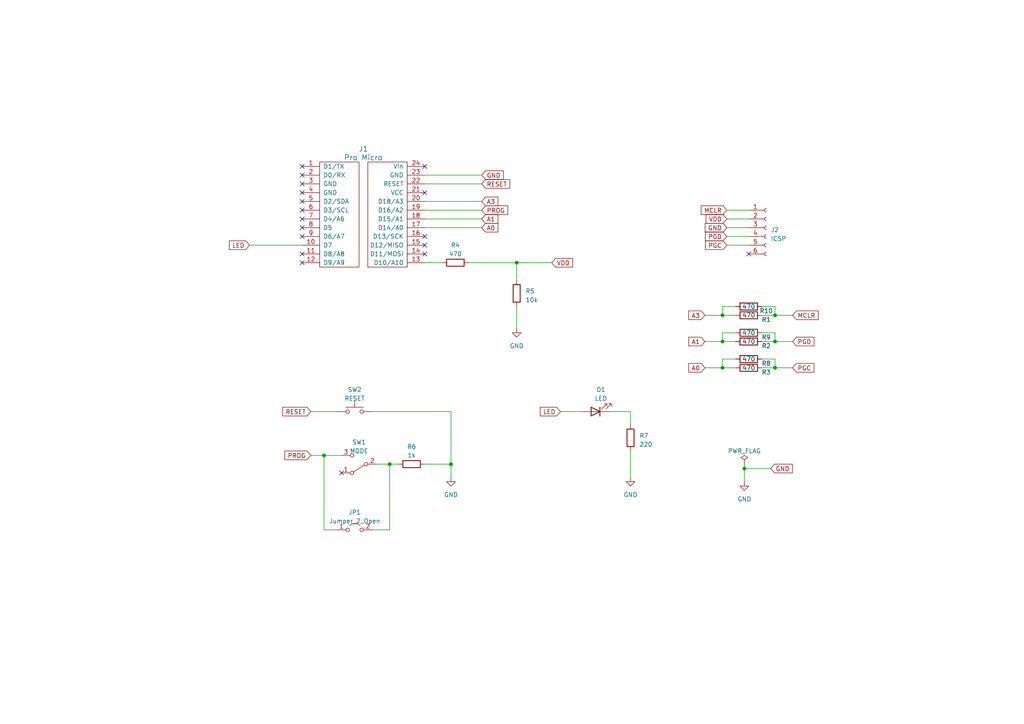
<source format=kicad_sch>
(kicad_sch (version 20230121) (generator eeschema)
  (paper "A4")
  (title_block (title "Pro Micro ICSP Shield"))
  (lib_symbols
    (symbol "Connector:Conn_01x06_Socket" (pin_names (offset 1.016) hide)
      (property "Reference" "J" (at 0 7.62 0))
      (property "Value" "Conn_01x06_Socket" (at 0 -10.16 0))
      (symbol "Conn_01x06_Socket_1_1"
        (arc (start 0 -7.112) (mid -0.5058 -7.62) (end 0 -8.128) (stroke (width 0.1524)))
        (arc (start 0 -4.572) (mid -0.5058 -5.08) (end 0 -5.588) (stroke (width 0.1524)))
        (arc (start 0 -2.032) (mid -0.5058 -2.54) (end 0 -3.048) (stroke (width 0.1524)))
        (polyline (pts (xy -1.27 -7.62) (xy -0.508 -7.62)) (stroke (width 0.1524)))
        (polyline (pts (xy -1.27 -5.08) (xy -0.508 -5.08)) (stroke (width 0.1524)))
        (polyline (pts (xy -1.27 -2.54) (xy -0.508 -2.54)) (stroke (width 0.1524)))
        (polyline (pts (xy -1.27 0) (xy -0.508 0)) (stroke (width 0.1524)))
        (polyline (pts (xy -1.27 2.54) (xy -0.508 2.54)) (stroke (width 0.1524)))
        (polyline (pts (xy -1.27 5.08) (xy -0.508 5.08)) (stroke (width 0.1524)))
        (arc (start 0 0.508) (mid -0.5058 0) (end 0 -0.508) (stroke (width 0.1524)))
        (arc (start 0 3.048) (mid -0.5058 2.54) (end 0 2.032) (stroke (width 0.1524)))
        (arc (start 0 5.588) (mid -0.5058 5.08) (end 0 4.572) (stroke (width 0.1524)))
        (pin passive line (at -5.08 5.08 0) (length 3.81) (name "Pin_1") (number "1"))
        (pin passive line (at -5.08 2.54 0) (length 3.81) (name "Pin_2") (number "2"))
        (pin passive line (at -5.08 0 0) (length 3.81) (name "Pin_3") (number "3"))
        (pin passive line (at -5.08 -2.54 0) (length 3.81) (name "Pin_4") (number "4"))
        (pin passive line (at -5.08 -5.08 0) (length 3.81) (name "Pin_5") (number "5"))
        (pin passive line (at -5.08 -7.62 0) (length 3.81) (name "Pin_6") (number "6"))
      )
    )
    (symbol "Device:LED" (pin_numbers hide) (pin_names (offset 1.016) hide)
      (property "Reference" "D" (at 0 2.54 0))
      (property "Value" "LED" (at 0 -2.54 0))
      (symbol "LED_0_1"
        (polyline (pts (xy -1.27 -1.27) (xy -1.27 1.27)) (stroke (width 0.254)))
        (polyline (pts (xy -1.27 0) (xy 1.27 0)))
        (polyline (pts (xy 1.27 -1.27) (xy 1.27 1.27) (xy -1.27 0) (xy 1.27 -1.27)) (stroke (width 0.254)))
        (polyline (pts (xy -3.048 -0.762) (xy -4.572 -2.286) (xy -3.81 -2.286) (xy -4.572 -2.286) (xy -4.572 -1.524)))
        (polyline (pts (xy -1.778 -0.762) (xy -3.302 -2.286) (xy -2.54 -2.286) (xy -3.302 -2.286) (xy -3.302 -1.524)))
      )
      (symbol "LED_1_1"
        (pin passive line (at -3.81 0 0) (length 2.54) (name "K") (number "1"))
        (pin passive line (at 3.81 0 180) (length 2.54) (name "A") (number "2"))
      )
    )
    (symbol "Device:R" (pin_numbers hide) (pin_names (offset 0))
      (property "Reference" "R" (at 2.032 0 90))
      (property "Value" "R" (at 0 0 90))
      (symbol "R_0_1"
        (rectangle (start -1.016 -2.54) (end 1.016 2.54) (stroke (width 0.254)))
      )
      (symbol "R_1_1"
        (pin passive line (at 0 3.81 270) (length 1.27) (name "~") (number "1"))
        (pin passive line (at 0 -3.81 90) (length 1.27) (name "~") (number "2"))
      )
    )
    (symbol "Jumper:Jumper_2_Open" (pin_names (offset 0) hide)
      (property "Reference" "JP" (at 0 2.794 0))
      (property "Value" "Jumper_2_Open" (at 0 -2.286 0))
      (symbol "Jumper_2_Open_0_0"
        (circle (center -2.032 0) (radius 0.508))
        (circle (center 2.032 0) (radius 0.508))
      )
      (symbol "Jumper_2_Open_0_1"
        (arc (start 1.524 1.27) (mid 0 1.778) (end -1.524 1.27))
      )
      (symbol "Jumper_2_Open_1_1"
        (pin passive line (at -5.08 0 0) (length 2.54) (name "A") (number "1"))
        (pin passive line (at 5.08 0 180) (length 2.54) (name "B") (number "2"))
      )
    )
    (symbol "Switch:SW_Push" (pin_numbers hide) (pin_names (offset 1.016) hide)
      (property "Reference" "SW" (at 1.27 2.54 0))
      (property "Value" "SW_Push" (at 0 -1.524 0))
      (symbol "SW_Push_0_1"
        (circle (center -2.032 0) (radius 0.508))
        (polyline (pts (xy 0 1.27) (xy 0 3.048)))
        (polyline (pts (xy 2.54 1.27) (xy -2.54 1.27)))
        (circle (center 2.032 0) (radius 0.508))
        (pin passive line (at -5.08 0 0) (length 2.54) (name "1") (number "1"))
        (pin passive line (at 5.08 0 180) (length 2.54) (name "2") (number "2"))
      )
    )
    (symbol "Switch:SW_SPDT" (pin_names (offset 0) hide)
      (property "Reference" "SW" (at 0 4.318 0))
      (property "Value" "SW_SPDT" (at 0 -5.08 0))
      (symbol "SW_SPDT_0_0"
        (circle (center -2.032 0) (radius 0.508))
        (circle (center 2.032 -2.54) (radius 0.508))
      )
      (symbol "SW_SPDT_0_1"
        (polyline (pts (xy -1.524 0.254) (xy 1.651 2.286)))
        (circle (center 2.032 2.54) (radius 0.508))
      )
      (symbol "SW_SPDT_1_1"
        (pin passive line (at 5.08 2.54 180) (length 2.54) (name "A") (number "1"))
        (pin passive line (at -5.08 0 0) (length 2.54) (name "B") (number "2"))
        (pin passive line (at 5.08 -2.54 180) (length 2.54) (name "C") (number "3"))
      )
    )
    (symbol "mylib:Arduino_pro_micro_conn" (pin_names (offset 1.016))
      (property "Reference" "J" (at -10.16 11.43 0))
      (property "Value" "Arduino_pro_micro_conn" (at 0 -21.59 0))
      (symbol "Arduino_pro_micro_conn_0_1"
        (rectangle (start -12.7 10.16) (end -1.27 -20.32))
        (rectangle (start 1.27 10.16) (end 12.7 -20.32))
      )
      (symbol "Arduino_pro_micro_conn_1_1"
        (pin passive line (at -17.78 8.89 0) (length 5.08) (name "D1/TX") (number "1"))
        (pin passive line (at -17.78 -13.97 0) (length 5.08) (name "D7") (number "10"))
        (pin passive line (at -17.78 -16.51 0) (length 5.08) (name "D8/A8") (number "11"))
        (pin passive line (at -17.78 -19.05 0) (length 5.08) (name "D9/A9") (number "12"))
        (pin passive line (at 17.78 -19.05 180) (length 5.08) (name "D10/A10") (number "13"))
        (pin passive line (at 17.78 -16.51 180) (length 5.08) (name "D11/MOSI") (number "14"))
        (pin passive line (at 17.78 -13.97 180) (length 5.08) (name "D12/MISO") (number "15"))
        (pin passive line (at 17.78 -11.43 180) (length 5.08) (name "D13/SCK") (number "16"))
        (pin passive line (at 17.78 -8.89 180) (length 5.08) (name "D14/A0") (number "17"))
        (pin passive line (at 17.78 -6.35 180) (length 5.08) (name "D15/A1") (number "18"))
        (pin passive line (at 17.78 -3.81 180) (length 5.08) (name "D16/A2") (number "19"))
        (pin passive line (at -17.78 6.35 0) (length 5.08) (name "D0/RX") (number "2"))
        (pin passive line (at 17.78 -1.27 180) (length 5.08) (name "D18/A3") (number "20"))
        (pin passive line (at 17.78 1.27 180) (length 5.08) (name "VCC") (number "21"))
        (pin passive line (at 17.78 3.81 180) (length 5.08) (name "RESET") (number "22"))
        (pin passive line (at 17.78 6.35 180) (length 5.08) (name "GND") (number "23"))
        (pin passive line (at 17.78 8.89 180) (length 5.08) (name "Vin") (number "24"))
        (pin passive line (at -17.78 3.81 0) (length 5.08) (name "GND") (number "3"))
        (pin passive line (at -17.78 1.27 0) (length 5.08) (name "GND") (number "4"))
        (pin passive line (at -17.78 -1.27 0) (length 5.08) (name "D2/SDA") (number "5"))
        (pin passive line (at -17.78 -3.81 0) (length 5.08) (name "D3/SCL") (number "6"))
        (pin passive line (at -17.78 -6.35 0) (length 5.08) (name "D4/A6") (number "7"))
        (pin passive line (at -17.78 -8.89 0) (length 5.08) (name "D5") (number "8"))
        (pin passive line (at -17.78 -11.43 0) (length 5.08) (name "D6/A7") (number "9"))
      )
    )
    (symbol "power:GND" (power) (pin_names (offset 0))
      (property "Value" "GND" (at 0 -3.81 0))
      (symbol "GND_0_1"
        (polyline (pts (xy 0 0) (xy 0 -1.27) (xy 1.27 -1.27) (xy 0 -2.54) (xy -1.27 -1.27) (xy 0 -1.27)))
      )
      (symbol "GND_1_1"
        (pin power_in line (at 0 0 270) (length 0) hide (name "GND") (number "1"))
      )
    )
    (symbol "power:PWR_FLAG" (power) (pin_numbers hide) (pin_names (offset 0) hide)
      (property "Value" "PWR_FLAG" (at 0 3.81 0))
      (symbol "PWR_FLAG_0_0"
        (pin power_out line (at 0 0 90) (length 0) (name "pwr") (number "1"))
      )
      (symbol "PWR_FLAG_0_1"
        (polyline (pts (xy 0 0) (xy 0 1.27) (xy -1.016 1.905) (xy 0 2.54) (xy 1.016 1.905) (xy 0 1.27)))
      )
    )
  )
  (junction (at 215.9 135.89))
  (junction (at 224.79 99.06))
  (junction (at 224.79 91.44))
  (junction (at 209.55 91.44))
  (junction (at 209.55 99.06))
  (junction (at 113.03 134.62))
  (junction (at 224.79 106.68))
  (junction (at 93.98 132.08))
  (junction (at 130.81 134.62))
  (junction (at 149.86 76.2))
  (junction (at 209.55 106.68))
  (no_connect (at 123.19 68.58))
  (no_connect (at 87.63 68.58))
  (no_connect (at 87.63 66.04))
  (no_connect (at 87.63 76.2))
  (no_connect (at 87.63 53.34))
  (no_connect (at 123.19 71.12))
  (no_connect (at 87.63 48.26))
  (no_connect (at 123.19 48.26))
  (no_connect (at 123.19 55.88))
  (no_connect (at 87.63 63.5))
  (no_connect (at 87.63 58.42))
  (no_connect (at 99.06 137.16))
  (no_connect (at 87.63 55.88))
  (no_connect (at 217.17 73.66))
  (no_connect (at 87.63 73.66))
  (no_connect (at 87.63 60.96))
  (no_connect (at 123.19 73.66))
  (no_connect (at 87.63 50.8))
  (wire (pts (xy 220.98 106.68) (xy 224.79 106.68)))
  (wire (pts (xy 213.36 96.52) (xy 209.55 96.52)))
  (wire (pts (xy 130.81 134.62) (xy 130.81 138.43)))
  (wire (pts (xy 107.95 119.38) (xy 130.81 119.38)))
  (wire (pts (xy 209.55 96.52) (xy 209.55 99.06)))
  (wire (pts (xy 149.86 76.2) (xy 149.86 81.28)))
  (wire (pts (xy 220.98 91.44) (xy 224.79 91.44)))
  (wire (pts (xy 220.98 104.14) (xy 224.79 104.14)))
  (wire (pts (xy 224.79 96.52) (xy 224.79 99.06)))
  (wire (pts (xy 90.17 119.38) (xy 97.79 119.38)))
  (wire (pts (xy 135.89 76.2) (xy 149.86 76.2)))
  (wire (pts (xy 182.88 119.38) (xy 182.88 123.19)))
  (wire (pts (xy 123.19 50.8) (xy 139.7 50.8)))
  (wire (pts (xy 204.47 91.44) (xy 209.55 91.44)))
  (wire (pts (xy 113.03 153.67) (xy 113.03 134.62)))
  (wire (pts (xy 210.82 60.96) (xy 217.17 60.96)))
  (wire (pts (xy 215.9 135.89) (xy 215.9 139.7)))
  (wire (pts (xy 72.39 71.12) (xy 87.63 71.12)))
  (wire (pts (xy 213.36 104.14) (xy 209.55 104.14)))
  (wire (pts (xy 204.47 99.06) (xy 209.55 99.06)))
  (wire (pts (xy 123.19 76.2) (xy 128.27 76.2)))
  (wire (pts (xy 90.17 132.08) (xy 93.98 132.08)))
  (wire (pts (xy 176.53 119.38) (xy 182.88 119.38)))
  (wire (pts (xy 215.9 134.62) (xy 215.9 135.89)))
  (wire (pts (xy 210.82 68.58) (xy 217.17 68.58)))
  (wire (pts (xy 213.36 88.9) (xy 209.55 88.9)))
  (wire (pts (xy 149.86 88.9) (xy 149.86 95.25)))
  (wire (pts (xy 123.19 63.5) (xy 139.7 63.5)))
  (wire (pts (xy 215.9 135.89) (xy 223.52 135.89)))
  (wire (pts (xy 220.98 96.52) (xy 224.79 96.52)))
  (wire (pts (xy 209.55 104.14) (xy 209.55 106.68)))
  (wire (pts (xy 113.03 134.62) (xy 115.57 134.62)))
  (wire (pts (xy 107.95 153.67) (xy 113.03 153.67)))
  (wire (pts (xy 204.47 106.68) (xy 209.55 106.68)))
  (wire (pts (xy 130.81 119.38) (xy 130.81 134.62)))
  (wire (pts (xy 220.98 99.06) (xy 224.79 99.06)))
  (wire (pts (xy 224.79 91.44) (xy 229.87 91.44)))
  (wire (pts (xy 123.19 60.96) (xy 139.7 60.96)))
  (wire (pts (xy 162.56 119.38) (xy 168.91 119.38)))
  (wire (pts (xy 93.98 153.67) (xy 93.98 132.08)))
  (wire (pts (xy 123.19 134.62) (xy 130.81 134.62)))
  (wire (pts (xy 224.79 88.9) (xy 224.79 91.44)))
  (wire (pts (xy 210.82 71.12) (xy 217.17 71.12)))
  (wire (pts (xy 210.82 63.5) (xy 217.17 63.5)))
  (wire (pts (xy 209.55 91.44) (xy 213.36 91.44)))
  (wire (pts (xy 220.98 88.9) (xy 224.79 88.9)))
  (wire (pts (xy 123.19 58.42) (xy 139.7 58.42)))
  (wire (pts (xy 224.79 99.06) (xy 229.87 99.06)))
  (wire (pts (xy 224.79 106.68) (xy 229.87 106.68)))
  (wire (pts (xy 97.79 153.67) (xy 93.98 153.67)))
  (wire (pts (xy 210.82 66.04) (xy 217.17 66.04)))
  (wire (pts (xy 209.55 88.9) (xy 209.55 91.44)))
  (wire (pts (xy 209.55 99.06) (xy 213.36 99.06)))
  (wire (pts (xy 182.88 130.81) (xy 182.88 138.43)))
  (wire (pts (xy 123.19 66.04) (xy 139.7 66.04)))
  (wire (pts (xy 123.19 53.34) (xy 139.7 53.34)))
  (wire (pts (xy 149.86 76.2) (xy 160.02 76.2)))
  (wire (pts (xy 93.98 132.08) (xy 99.06 132.08)))
  (wire (pts (xy 224.79 104.14) (xy 224.79 106.68)))
  (wire (pts (xy 109.22 134.62) (xy 113.03 134.62)))
  (wire (pts (xy 209.55 106.68) (xy 213.36 106.68)))
  (global_label "LED" (shape input) (at 162.56 119.38 180) (property "Intersheetrefs" "${INTERSHEET_REFS}" (effects hide)))
  (global_label "PROG" (shape input) (at 139.7 60.96 0) (property "Intersheetrefs" "${INTERSHEET_REFS}" (effects hide)))
  (global_label "MCLR" (shape input) (at 210.82 60.96 180) (property "Intersheetrefs" "${INTERSHEET_REFS}" (effects hide)))
  (global_label "GND" (shape input) (at 223.52 135.89 0) (property "Intersheetrefs" "${INTERSHEET_REFS}" (effects hide)))
  (global_label "RESET" (shape input) (at 139.7 53.34 0) (property "Intersheetrefs" "${INTERSHEET_REFS}" (effects hide)))
  (global_label "VDD" (shape input) (at 210.82 63.5 180) (property "Intersheetrefs" "${INTERSHEET_REFS}" (effects hide)))
  (global_label "PGC" (shape input) (at 229.87 106.68 0) (property "Intersheetrefs" "${INTERSHEET_REFS}" (effects hide)))
  (global_label "A0" (shape input) (at 139.7 66.04 0) (property "Intersheetrefs" "${INTERSHEET_REFS}" (effects hide)))
  (global_label "GND" (shape input) (at 139.7 50.8 0) (property "Intersheetrefs" "${INTERSHEET_REFS}" (effects hide)))
  (global_label "A3" (shape input) (at 204.47 91.44 180) (property "Intersheetrefs" "${INTERSHEET_REFS}" (effects hide)))
  (global_label "PROG" (shape input) (at 90.17 132.08 180) (property "Intersheetrefs" "${INTERSHEET_REFS}" (effects hide)))
  (global_label "A1" (shape input) (at 204.47 99.06 180) (property "Intersheetrefs" "${INTERSHEET_REFS}" (effects hide)))
  (global_label "VDD" (shape input) (at 160.02 76.2 0) (property "Intersheetrefs" "${INTERSHEET_REFS}" (effects hide)))
  (global_label "PGC" (shape input) (at 210.82 71.12 180) (property "Intersheetrefs" "${INTERSHEET_REFS}" (effects hide)))
  (global_label "A3" (shape input) (at 139.7 58.42 0) (property "Intersheetrefs" "${INTERSHEET_REFS}" (effects hide)))
  (global_label "MCLR" (shape input) (at 229.87 91.44 0) (property "Intersheetrefs" "${INTERSHEET_REFS}" (effects hide)))
  (global_label "PGD" (shape input) (at 229.87 99.06 0) (property "Intersheetrefs" "${INTERSHEET_REFS}" (effects hide)))
  (global_label "A1" (shape input) (at 139.7 63.5 0) (property "Intersheetrefs" "${INTERSHEET_REFS}" (effects hide)))
  (global_label "RESET" (shape input) (at 90.17 119.38 180) (property "Intersheetrefs" "${INTERSHEET_REFS}" (effects hide)))
  (global_label "PGD" (shape input) (at 210.82 68.58 180) (property "Intersheetrefs" "${INTERSHEET_REFS}" (effects hide)))
  (global_label "A0" (shape input) (at 204.47 106.68 180) (property "Intersheetrefs" "${INTERSHEET_REFS}" (effects hide)))
  (global_label "GND" (shape input) (at 210.82 66.04 180) (property "Intersheetrefs" "${INTERSHEET_REFS}" (effects hide)))
  (global_label "LED" (shape input) (at 72.39 71.12 180) (property "Intersheetrefs" "${INTERSHEET_REFS}" (effects hide)))
  (symbol (lib_id "Connector:Conn_01x06_Socket") (at 222.25 66.04 0) (unit 1)
    (property "Reference" "J2" (at 223.52 66.675 0) (effects (justify left)))
    (property "Value" "ICSP" (at 223.52 69.215 0) (effects (justify left)))
    (property "Footprint" "Connector_PinHeader_2.54mm:PinHeader_1x06_P2.54mm_Horizontal" (effects hide))
  )
  (symbol (lib_id "Switch:SW_Push") (at 102.87 119.38 0) (unit 1)
    (property "Reference" "SW2" (at 102.87 113.03 0))
    (property "Value" "RESET" (at 102.87 115.57 0))
    (property "Footprint" "library:push switch" (effects hide))
  )
  (symbol (lib_id "Device:R") (at 149.86 85.09 0) (unit 1)
    (property "Reference" "R5" (at 152.4 84.455 0) (effects (justify left)))
    (property "Value" "10k" (at 152.4 86.995 0) (effects (justify left)))
    (property "Footprint" "Resistor_SMD:R_0805_2012Metric_Pad1.20x1.40mm_HandSolder" (effects hide))
  )
  (symbol (lib_id "Device:R") (at 217.17 99.06 90) (unit 1)
    (property "Reference" "R2" (at 222.25 100.33 90))
    (property "Value" "470" (at 217.17 99.06 90))
    (property "Footprint" "Resistor_SMD:R_0805_2012Metric_Pad1.20x1.40mm_HandSolder" (effects hide))
  )
  (symbol (lib_id "Jumper:Jumper_2_Open") (at 102.87 153.67 0) (unit 1)
    (property "Reference" "JP1" (at 102.87 148.59 0))
    (property "Value" "Jumper_2_Open" (at 102.87 151.13 0))
    (property "Footprint" "Jumper:SolderJumper-2_P1.3mm_Open_TrianglePad1.0x1.5mm" (effects hide))
  )
  (symbol (lib_id "Device:R") (at 217.17 88.9 90) (unit 1)
    (property "Reference" "R10" (at 222.25 90.17 90))
    (property "Value" "470" (at 217.17 88.9 90))
    (property "Footprint" "Resistor_THT:R_Axial_DIN0207_L6.3mm_D2.5mm_P10.16mm_Horizontal" (effects hide))
  )
  (symbol (lib_id "Switch:SW_SPDT") (at 104.14 134.62 180) (unit 1)
    (property "Reference" "SW1" (at 104.14 128.27 0))
    (property "Value" "MODE" (at 104.14 130.81 0))
    (property "Footprint" "Connector_PinHeader_2.54mm:PinHeader_1x03_P2.54mm_Vertical" (effects hide))
  )
  (symbol (lib_id "power:GND") (at 182.88 138.43 0) (unit 1)
    (property "Reference" "#PWR03" (effects hide))
    (property "Value" "GND" (at 182.88 143.51 0))
  )
  (symbol (lib_id "Device:R") (at 119.38 134.62 90) (unit 1)
    (property "Reference" "R6" (at 119.38 129.54 90))
    (property "Value" "1k" (at 119.38 132.08 90))
    (property "Footprint" "Resistor_SMD:R_0805_2012Metric_Pad1.20x1.40mm_HandSolder" (effects hide))
  )
  (symbol (lib_id "Device:R") (at 217.17 106.68 90) (unit 1)
    (property "Reference" "R3" (at 222.25 107.95 90))
    (property "Value" "470" (at 217.17 106.68 90))
    (property "Footprint" "Resistor_SMD:R_0805_2012Metric_Pad1.20x1.40mm_HandSolder" (effects hide))
  )
  (symbol (lib_id "Device:R") (at 132.08 76.2 90) (unit 1)
    (property "Reference" "R4" (at 132.08 71.12 90))
    (property "Value" "470" (at 132.08 73.66 90))
    (property "Footprint" "Resistor_SMD:R_0805_2012Metric_Pad1.20x1.40mm_HandSolder" (effects hide))
  )
  (symbol (lib_id "power:PWR_FLAG") (at 215.9 134.62 0) (unit 1)
    (property "Reference" "#FLG01" (effects hide))
    (property "Value" "PWR_FLAG" (at 215.9 130.81 0))
  )
  (symbol (lib_id "power:GND") (at 215.9 139.7 0) (unit 1)
    (property "Reference" "#PWR02" (effects hide))
    (property "Value" "GND" (at 215.9 144.78 0))
  )
  (symbol (lib_id "mylib:Arduino_pro_micro_conn") (at 105.41 57.15 0) (unit 1)
    (property "Reference" "J1" (at 105.41 43.18 0) (effects (font (size 1.524 1.524))))
    (property "Value" "Pro Micro" (at 105.41 45.72 0) (effects (font (size 1.524 1.524))))
    (property "Footprint" "library:Arduino_pro_micro_0.85mm" (effects hide))
  )
  (symbol (lib_id "Device:R") (at 217.17 96.52 90) (unit 1)
    (property "Reference" "R9" (at 222.25 97.79 90))
    (property "Value" "470" (at 217.17 96.52 90))
    (property "Footprint" "Resistor_THT:R_Axial_DIN0207_L6.3mm_D2.5mm_P10.16mm_Horizontal" (effects hide))
  )
  (symbol (lib_id "Device:R") (at 182.88 127 0) (unit 1)
    (property "Reference" "R7" (at 185.42 126.365 0) (effects (justify left)))
    (property "Value" "220" (at 185.42 128.905 0) (effects (justify left)))
    (property "Footprint" "Resistor_SMD:R_0805_2012Metric_Pad1.20x1.40mm_HandSolder" (effects hide))
  )
  (symbol (lib_id "Device:LED") (at 172.72 119.38 180) (unit 1)
    (property "Reference" "D1" (at 174.3075 113.03 0))
    (property "Value" "LED" (at 174.3075 115.57 0))
    (property "Footprint" "LED_SMD:LED_0805_2012Metric_Pad1.15x1.40mm_HandSolder" (effects hide))
  )
  (symbol (lib_id "power:GND") (at 149.86 95.25 0) (unit 1)
    (property "Reference" "#PWR04" (effects hide))
    (property "Value" "GND" (at 149.86 100.33 0))
  )
  (symbol (lib_id "Device:R") (at 217.17 104.14 90) (unit 1)
    (property "Reference" "R8" (at 222.25 105.41 90))
    (property "Value" "470" (at 217.17 104.14 90))
    (property "Footprint" "Resistor_THT:R_Axial_DIN0207_L6.3mm_D2.5mm_P10.16mm_Horizontal" (effects hide))
  )
  (symbol (lib_id "power:GND") (at 130.81 138.43 0) (unit 1)
    (property "Reference" "#PWR01" (effects hide))
    (property "Value" "GND" (at 130.81 143.51 0))
  )
  (symbol (lib_id "Device:R") (at 217.17 91.44 90) (unit 1)
    (property "Reference" "R1" (at 222.25 92.71 90))
    (property "Value" "470" (at 217.17 91.44 90))
    (property "Footprint" "Resistor_SMD:R_0805_2012Metric_Pad1.20x1.40mm_HandSolder" (effects hide))
  )
)
</source>
